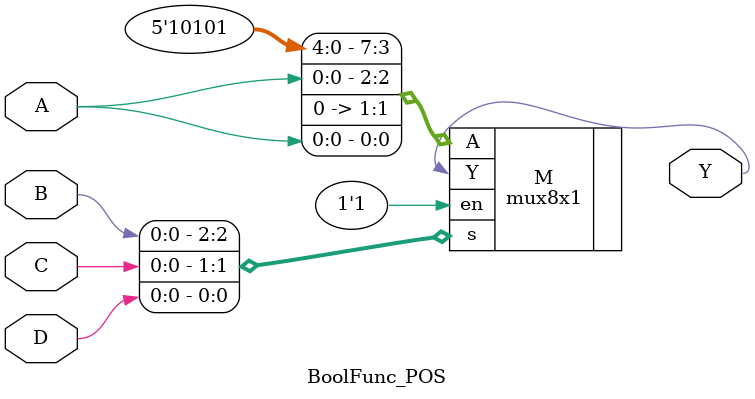
<source format=v>
`timescale 1ns / 1ps


module BoolFunc_POS(output Y, input A,B,C,D);

    //Logic
    mux8x1 M(.Y(Y), .A({5'b10101,A,1'b0,A}), .s({B,C,D}), .en(1'b1));   // F = M(0,1,2,4,6,9,12,14) = m(3,5,7,8,10,11,13,15)
    
endmodule

</source>
